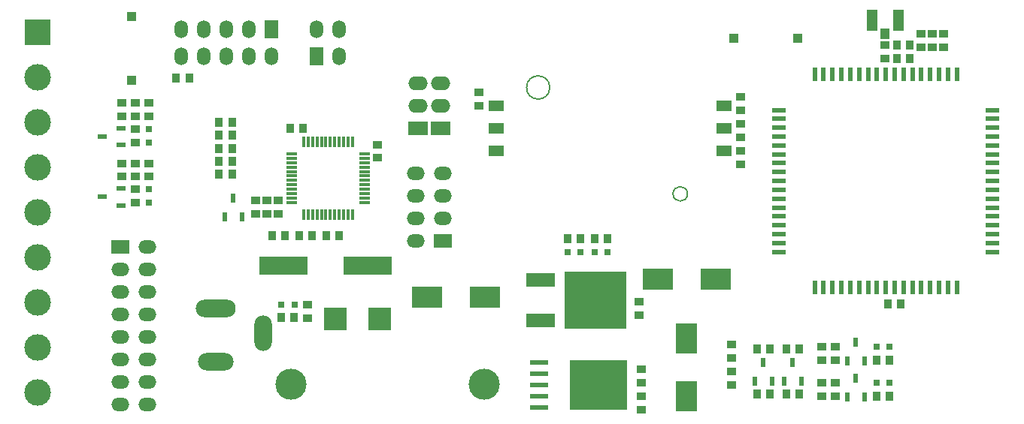
<source format=gbr>
G04 #@! TF.FileFunction,Soldermask,Top*
%FSLAX46Y46*%
G04 Gerber Fmt 4.6, Leading zero omitted, Abs format (unit mm)*
G04 Created by KiCad (PCBNEW (2015-05-11 BZR 5650)-product) date Mon 11 May 2015 08:58:08 PM *
%MOMM*%
G01*
G04 APERTURE LIST*
%ADD10C,0.100000*%
%ADD11C,0.150000*%
%ADD12R,1.600000X0.600000*%
%ADD13R,0.600000X1.600000*%
%ADD14R,1.998980X1.524000*%
%ADD15O,1.998980X1.524000*%
%ADD16R,2.199640X1.524000*%
%ADD17O,2.199640X1.524000*%
%ADD18R,3.500120X2.400300*%
%ADD19R,2.550160X2.499360*%
%ADD20R,1.000760X0.899160*%
%ADD21R,2.400300X3.500120*%
%ADD22R,0.899160X1.000760*%
%ADD23C,3.500120*%
%ADD24O,1.998980X4.000500*%
%ADD25O,4.000500X1.998980*%
%ADD26O,4.500880X1.998980*%
%ADD27R,1.700000X1.300000*%
%ADD28R,1.190000X2.340000*%
%ADD29R,1.140000X1.190000*%
%ADD30R,2.999740X2.999740*%
%ADD31C,2.999740*%
%ADD32R,0.797560X0.797560*%
%ADD33R,0.599440X1.000760*%
%ADD34R,1.000760X0.599440*%
%ADD35R,1.000760X1.000760*%
%ADD36R,1.998980X0.596900*%
%ADD37R,6.499860X5.598160*%
%ADD38R,3.200400X1.600200*%
%ADD39R,7.000240X6.499860*%
%ADD40R,0.299720X1.300480*%
%ADD41R,1.300480X0.299720*%
%ADD42R,5.499100X1.998980*%
%ADD43R,1.524000X1.998980*%
%ADD44O,1.524000X1.998980*%
G04 APERTURE END LIST*
D10*
D11*
X126820000Y-96706000D02*
G75*
G03X126820000Y-96706000I-1310000J0D01*
G01*
X142330000Y-108706000D02*
G75*
G03X142330000Y-108706000I-820000J0D01*
G01*
D12*
X152654000Y-99250000D03*
X152654000Y-100250000D03*
X152654000Y-101250000D03*
X152654000Y-102250000D03*
X152654000Y-103250000D03*
X152654000Y-104250000D03*
X152654000Y-105250000D03*
X152654000Y-106250000D03*
X152654000Y-107250000D03*
X152654000Y-108250000D03*
X152654000Y-109250000D03*
X152654000Y-110250000D03*
X152654000Y-111250000D03*
X152654000Y-112250000D03*
X152654000Y-113250000D03*
X152654000Y-114250000D03*
X152654000Y-115250000D03*
D13*
X156654000Y-119250000D03*
X157654000Y-119250000D03*
X158654000Y-119250000D03*
X159654000Y-119250000D03*
X160654000Y-119250000D03*
X161654000Y-119250000D03*
X162654000Y-119250000D03*
X163654000Y-119250000D03*
X164654000Y-119250000D03*
X165654000Y-119250000D03*
X166654000Y-119250000D03*
X167654000Y-119250000D03*
X168654000Y-119250000D03*
X169654000Y-119250000D03*
X170654000Y-119250000D03*
X171654000Y-119250000D03*
X172654000Y-119250000D03*
D12*
X176654000Y-115250000D03*
X176654000Y-114250000D03*
X176654000Y-113250000D03*
X176654000Y-112250000D03*
X176654000Y-111250000D03*
X176654000Y-110250000D03*
X176654000Y-109250000D03*
X176654000Y-108250000D03*
X176654000Y-107250000D03*
X176654000Y-106250000D03*
X176654000Y-105250000D03*
X176654000Y-104250000D03*
X176654000Y-103250000D03*
X176654000Y-102250000D03*
X176654000Y-101250000D03*
X176654000Y-100250000D03*
X176654000Y-99250000D03*
D13*
X172654000Y-95250000D03*
X171654000Y-95250000D03*
X170654000Y-95250000D03*
X169654000Y-95250000D03*
X168654000Y-95250000D03*
X167654000Y-95250000D03*
X166654000Y-95250000D03*
X165654000Y-95250000D03*
X164654000Y-95250000D03*
X163654000Y-95250000D03*
X162654000Y-95250000D03*
X161654000Y-95250000D03*
X160654000Y-95250000D03*
X159654000Y-95250000D03*
X158654000Y-95250000D03*
X157654000Y-95250000D03*
X156654000Y-95250000D03*
D14*
X78491080Y-114681000D03*
D15*
X81528920Y-114681000D03*
X78491080Y-117221000D03*
X81528920Y-117221000D03*
X78491080Y-119761000D03*
X81528920Y-119761000D03*
X78491080Y-122301000D03*
X81528920Y-122301000D03*
X78491080Y-124841000D03*
X81528920Y-124841000D03*
X78491080Y-127381000D03*
X81528920Y-127381000D03*
X78491080Y-129921000D03*
X81528920Y-129921000D03*
X78491080Y-132461000D03*
X81528920Y-132461000D03*
D16*
X112014000Y-101346000D03*
D17*
X112014000Y-98806000D03*
X112014000Y-96266000D03*
D18*
X119519700Y-120396000D03*
X113017300Y-120396000D03*
D19*
X102631240Y-122809000D03*
X107680760Y-122809000D03*
D20*
X99568000Y-121231660D03*
X99568000Y-122735340D03*
D18*
X138988800Y-118364000D03*
X145491200Y-118364000D03*
D21*
X142240000Y-125018800D03*
X142240000Y-131521200D03*
D20*
X136906000Y-120914160D03*
X136906000Y-122417840D03*
X147320000Y-125740160D03*
X147320000Y-127243840D03*
D22*
X164856160Y-121158000D03*
X166359840Y-121158000D03*
X165872160Y-93472000D03*
X167375840Y-93472000D03*
X165872160Y-91948000D03*
X167375840Y-91948000D03*
D20*
X148336000Y-99303840D03*
X148336000Y-97800160D03*
D22*
X86233000Y-95631000D03*
X84729320Y-95631000D03*
X97017840Y-113411000D03*
X95514160Y-113411000D03*
X101620320Y-113411000D03*
X103124000Y-113411000D03*
X97546160Y-101346000D03*
X99049840Y-101346000D03*
D20*
X107442000Y-103144320D03*
X107442000Y-104648000D03*
X96266000Y-110987840D03*
X96266000Y-109484160D03*
D23*
X97701100Y-130175000D03*
X119468900Y-130175000D03*
D24*
X94518480Y-124388880D03*
D25*
X89217500Y-127640080D03*
D26*
X89217500Y-121638060D03*
D27*
X146470000Y-98806000D03*
X146470000Y-101346000D03*
X146470000Y-103886000D03*
X120770000Y-98806000D03*
X120770000Y-101346000D03*
X120770000Y-103886000D03*
D28*
X163117000Y-89154000D03*
X166067000Y-89154000D03*
D29*
X164592000Y-90679000D03*
D30*
X69151500Y-90487500D03*
D31*
X69151500Y-105727500D03*
X69151500Y-110807500D03*
X69151500Y-115887500D03*
X69151500Y-120967500D03*
X69151500Y-126047500D03*
X69151500Y-131127500D03*
X69151500Y-100647500D03*
X69151500Y-95567500D03*
D16*
X114554000Y-101346000D03*
D17*
X114554000Y-98806000D03*
X114554000Y-96266000D03*
D32*
X98082100Y-121208800D03*
X96583500Y-121208800D03*
X131838700Y-115316000D03*
X133337300Y-115316000D03*
X128790700Y-115316000D03*
X130289300Y-115316000D03*
X81692750Y-102889050D03*
X81692750Y-101390450D03*
X81692750Y-109683550D03*
X81692750Y-108184950D03*
D33*
X149923500Y-129834640D03*
X150876000Y-127721360D03*
X151828500Y-129834640D03*
X153225500Y-129834640D03*
X154178000Y-127721360D03*
X155130500Y-129834640D03*
D34*
X78558390Y-103219250D03*
X76445110Y-102266750D03*
X78558390Y-101314250D03*
X78558390Y-110013750D03*
X76445110Y-109061250D03*
X78558390Y-108108750D03*
D33*
X90233500Y-111292640D03*
X91186000Y-109179360D03*
X92138500Y-111292640D03*
D22*
X98033840Y-122682000D03*
X96530160Y-122682000D03*
X150124160Y-131318000D03*
X151627840Y-131318000D03*
X153426160Y-131318000D03*
X154929840Y-131318000D03*
X150124160Y-126238000D03*
X151627840Y-126238000D03*
X153426160Y-126238000D03*
X154929840Y-126238000D03*
D20*
X137160000Y-128534160D03*
X137160000Y-130037840D03*
X137160000Y-131582160D03*
X137160000Y-133085840D03*
X147320000Y-130291840D03*
X147320000Y-128788160D03*
D22*
X131836160Y-113792000D03*
X133339840Y-113792000D03*
X128788160Y-113792000D03*
X130291840Y-113792000D03*
D20*
X148336000Y-100848160D03*
X148336000Y-102351840D03*
X148336000Y-103896160D03*
X148336000Y-105399840D03*
X164592000Y-91958160D03*
X164592000Y-93461840D03*
X118872000Y-97292160D03*
X118872000Y-98795840D03*
X78644750Y-99970590D03*
X78644750Y-98466910D03*
X78644750Y-106765090D03*
X78644750Y-105261410D03*
X80168750Y-99970590D03*
X80168750Y-98466910D03*
X80168750Y-106765090D03*
X80168750Y-105261410D03*
X80168750Y-102891590D03*
X80168750Y-101387910D03*
X80168750Y-109686090D03*
X80168750Y-108182410D03*
X81692750Y-98466910D03*
X81692750Y-99970590D03*
X81692750Y-105261410D03*
X81692750Y-106765090D03*
D22*
X100076000Y-113411000D03*
X98572320Y-113411000D03*
D20*
X93726000Y-110987840D03*
X93726000Y-109484160D03*
X94996000Y-109484160D03*
X94996000Y-110987840D03*
D22*
X89545160Y-106489500D03*
X91048840Y-106489500D03*
X89545160Y-105029000D03*
X91048840Y-105029000D03*
X89545160Y-103568500D03*
X91048840Y-103568500D03*
X89545160Y-102108000D03*
X91048840Y-102108000D03*
X89545160Y-100647500D03*
X91048840Y-100647500D03*
D35*
X147530820Y-91186000D03*
X154729180Y-91186000D03*
X79756000Y-88729820D03*
X79756000Y-95928180D03*
D36*
X125577600Y-127711200D03*
X125577600Y-132791200D03*
D37*
X132275580Y-130251200D03*
D36*
X125577600Y-128981200D03*
X125577600Y-130251200D03*
X125577600Y-131521200D03*
D38*
X125755400Y-118399560D03*
X125755400Y-123002040D03*
D39*
X132003800Y-120700800D03*
D40*
X100604320Y-111033560D03*
X101104700Y-111033560D03*
X101605080Y-111033560D03*
X102102920Y-111033560D03*
X102603300Y-111033560D03*
X99103180Y-111033560D03*
X99603560Y-111033560D03*
X100103940Y-111033560D03*
D41*
X105953560Y-109684820D03*
X105953560Y-109184440D03*
X105953560Y-108684060D03*
X105953560Y-108183680D03*
X105953560Y-107683300D03*
X105953560Y-107182920D03*
X105953560Y-106685080D03*
X105953560Y-106184700D03*
D40*
X104604820Y-102834440D03*
X104104440Y-102834440D03*
X103604060Y-102834440D03*
X103103680Y-102834440D03*
X102603300Y-102834440D03*
X102102920Y-102834440D03*
X101605080Y-102834440D03*
X101104700Y-102834440D03*
D41*
X97754440Y-104183180D03*
X97754440Y-104683560D03*
X97754440Y-105183940D03*
X97754440Y-105684320D03*
X97754440Y-106184700D03*
X97754440Y-106685080D03*
X97754440Y-107182920D03*
X97754440Y-107683300D03*
D40*
X103103680Y-111033560D03*
X103604060Y-111033560D03*
X104104440Y-111033560D03*
X104604820Y-111033560D03*
D41*
X105953560Y-105684320D03*
X105953560Y-105183940D03*
X105953560Y-104683560D03*
X105953560Y-104183180D03*
D40*
X100604320Y-102834440D03*
X100103940Y-102834440D03*
X99603560Y-102834440D03*
X99103180Y-102834440D03*
D41*
X97754440Y-108183680D03*
X97754440Y-108684060D03*
X97754440Y-109184440D03*
X97754440Y-109684820D03*
D42*
X96786700Y-116840000D03*
X106286300Y-116840000D03*
D43*
X95504000Y-90175080D03*
D44*
X95504000Y-93212920D03*
X92964000Y-90175080D03*
X92964000Y-93212920D03*
X90424000Y-90175080D03*
X90424000Y-93212920D03*
X87884000Y-90175080D03*
X87884000Y-93212920D03*
X85344000Y-90175080D03*
X85344000Y-93212920D03*
D43*
X100584000Y-93212920D03*
D44*
X100584000Y-90175080D03*
X103124000Y-93212920D03*
X103124000Y-90175080D03*
D14*
X114802920Y-114046000D03*
D15*
X111765080Y-114046000D03*
X114802920Y-111506000D03*
X111765080Y-111506000D03*
X114802920Y-108966000D03*
X111765080Y-108966000D03*
X114802920Y-106426000D03*
X111765080Y-106426000D03*
D32*
X163588700Y-125984000D03*
X165087300Y-125984000D03*
X163588700Y-130048000D03*
X165087300Y-130048000D03*
D33*
X160337500Y-127548640D03*
X161290000Y-125435360D03*
X162242500Y-127548640D03*
X160337500Y-131612640D03*
X161290000Y-129499360D03*
X162242500Y-131612640D03*
D22*
X163586160Y-127508000D03*
X165089840Y-127508000D03*
X163586160Y-131572000D03*
X165089840Y-131572000D03*
D20*
X159004000Y-127497840D03*
X159004000Y-125994160D03*
X159004000Y-131561840D03*
X159004000Y-130058160D03*
X157480000Y-125994160D03*
X157480000Y-127497840D03*
X157480000Y-130058160D03*
X157480000Y-131561840D03*
X169926000Y-92191840D03*
X169926000Y-90688160D03*
X168656000Y-92191840D03*
X168656000Y-90688160D03*
X171196000Y-92191840D03*
X171196000Y-90688160D03*
M02*

</source>
